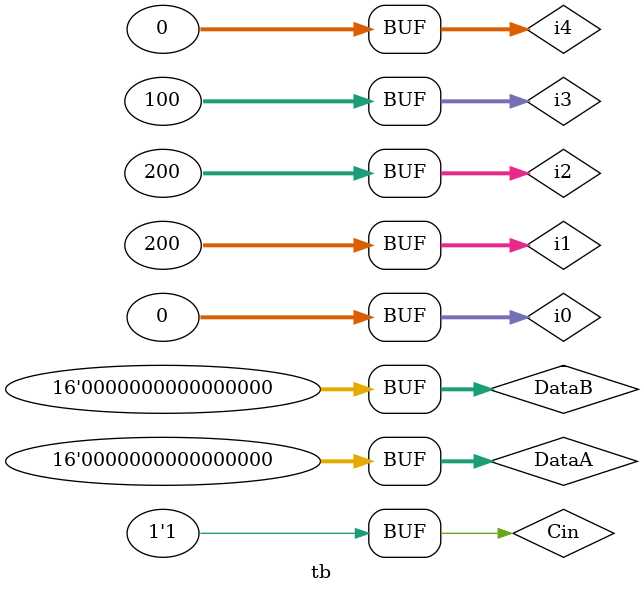
<source format=v>
`timescale 1 ns / 1 ps
module tb;
    reg [15:0] DataA = 16'b0;
    reg [15:0] DataB = 16'b0;
    reg Cin = 0;
    wire [15:0] Result;
    wire Overflow;

    integer i0 = 0, i1 = 0, i2 = 0, i3 = 0, i4 = 0;

    GSR GSR_INST (.GSR(1'b1));
    PUR PUR_INST (.PUR(1'b1));

    adder u1 (.DataA(DataA), .DataB(DataB), .Cin(Cin), .Result(Result), 
        .Overflow(Overflow)
    );

    initial
    begin
       DataA <= 0;
      for (i1 = 0; i1 < 200; i1 = i1 + 1) begin
        #10;
         DataA <= DataA + 1'b1;
      end
    end
    initial
    begin
       DataB <= 0;
      for (i2 = 0; i2 < 200; i2 = i2 + 1) begin
        #10;
         DataB <= DataB + 1'b1;
      end
    end
    initial
    begin
       Cin <= 1'b0;
      for (i3 = 0; i3 < 100; i3 = i3 + 1) begin
        #10;
      end
       Cin <= 1'b1;
    end
endmodule
</source>
